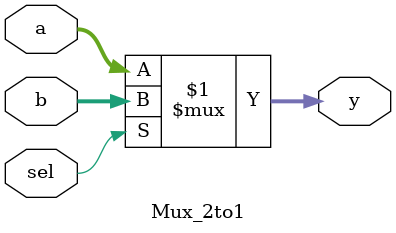
<source format=v>
module Mux_2to1 #(parameter n = 64) (a, b, sel, y);
    input [n - 1 : 0] a, b;
    input sel;
    output [n - 1 : 0] y;
    
    assign y = (sel) ? (b) : (a) ;
    
endmodule 
</source>
